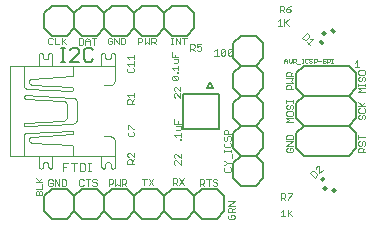
<source format=gto>
G75*
G70*
%OFA0B0*%
%FSLAX24Y24*%
%IPPOS*%
%LPD*%
%AMOC8*
5,1,8,0,0,1.08239X$1,22.5*
%
%ADD10C,0.0020*%
%ADD11C,0.0050*%
%ADD12C,0.0040*%
%ADD13C,0.0060*%
%ADD14C,0.0030*%
%ADD15C,0.0010*%
%ADD16R,0.0128X0.0167*%
%ADD17R,0.0138X0.0138*%
D10*
X001008Y001106D02*
X001008Y001216D01*
X001044Y001252D01*
X001081Y001252D01*
X001118Y001216D01*
X001118Y001106D01*
X001118Y001216D02*
X001154Y001252D01*
X001191Y001252D01*
X001228Y001216D01*
X001228Y001106D01*
X001008Y001106D01*
X001008Y001326D02*
X001228Y001326D01*
X001228Y001473D01*
X001228Y001547D02*
X001008Y001547D01*
X001118Y001584D02*
X001228Y001694D01*
X001154Y001547D02*
X001008Y001694D01*
X001428Y001599D02*
X001428Y001452D01*
X001464Y001416D01*
X001538Y001416D01*
X001575Y001452D01*
X001575Y001526D01*
X001501Y001526D01*
X001428Y001599D02*
X001464Y001636D01*
X001538Y001636D01*
X001575Y001599D01*
X001649Y001636D02*
X001796Y001416D01*
X001796Y001636D01*
X001870Y001636D02*
X001980Y001636D01*
X002017Y001599D01*
X002017Y001452D01*
X001980Y001416D01*
X001870Y001416D01*
X001870Y001636D01*
X001649Y001636D02*
X001649Y001416D01*
X002458Y001462D02*
X002494Y001426D01*
X002568Y001426D01*
X002605Y001462D01*
X002752Y001426D02*
X002752Y001646D01*
X002679Y001646D02*
X002826Y001646D01*
X002900Y001609D02*
X002900Y001572D01*
X002936Y001536D01*
X003010Y001536D01*
X003047Y001499D01*
X003047Y001462D01*
X003010Y001426D01*
X002936Y001426D01*
X002900Y001462D01*
X002900Y001609D02*
X002936Y001646D01*
X003010Y001646D01*
X003047Y001609D01*
X003438Y001646D02*
X003438Y001426D01*
X003438Y001499D02*
X003548Y001499D01*
X003585Y001536D01*
X003585Y001609D01*
X003548Y001646D01*
X003438Y001646D01*
X003659Y001646D02*
X003659Y001426D01*
X003732Y001499D01*
X003806Y001426D01*
X003806Y001646D01*
X003880Y001646D02*
X003990Y001646D01*
X004027Y001609D01*
X004027Y001536D01*
X003990Y001499D01*
X003880Y001499D01*
X003953Y001499D02*
X004027Y001426D01*
X003880Y001426D02*
X003880Y001646D01*
X004068Y002156D02*
X004068Y002266D01*
X004104Y002302D01*
X004178Y002302D01*
X004214Y002266D01*
X004214Y002156D01*
X004214Y002229D02*
X004288Y002302D01*
X004288Y002376D02*
X004141Y002523D01*
X004104Y002523D01*
X004068Y002487D01*
X004068Y002413D01*
X004104Y002376D01*
X004288Y002376D02*
X004288Y002523D01*
X004288Y002156D02*
X004068Y002156D01*
X004558Y001666D02*
X004705Y001666D01*
X004779Y001666D02*
X004926Y001446D01*
X004779Y001446D02*
X004926Y001666D01*
X004631Y001666D02*
X004631Y001446D01*
X005578Y001456D02*
X005578Y001676D01*
X005688Y001676D01*
X005725Y001639D01*
X005725Y001566D01*
X005688Y001529D01*
X005578Y001529D01*
X005651Y001529D02*
X005725Y001456D01*
X005799Y001456D02*
X005946Y001676D01*
X005799Y001676D02*
X005946Y001456D01*
X006478Y001426D02*
X006478Y001646D01*
X006588Y001646D01*
X006625Y001609D01*
X006625Y001536D01*
X006588Y001499D01*
X006478Y001499D01*
X006551Y001499D02*
X006625Y001426D01*
X006772Y001426D02*
X006772Y001646D01*
X006699Y001646D02*
X006846Y001646D01*
X006920Y001609D02*
X006920Y001572D01*
X006956Y001536D01*
X007030Y001536D01*
X007067Y001499D01*
X007067Y001462D01*
X007030Y001426D01*
X006956Y001426D01*
X006920Y001462D01*
X006920Y001609D02*
X006956Y001646D01*
X007030Y001646D01*
X007067Y001609D01*
X007324Y001896D02*
X007471Y001896D01*
X007508Y001932D01*
X007508Y002006D01*
X007471Y002042D01*
X007324Y002042D02*
X007288Y002006D01*
X007288Y001932D01*
X007324Y001896D01*
X007324Y002116D02*
X007398Y002190D01*
X007508Y002190D01*
X007398Y002190D02*
X007324Y002263D01*
X007288Y002263D01*
X007288Y002116D02*
X007324Y002116D01*
X007544Y002337D02*
X007544Y002484D01*
X007508Y002558D02*
X007508Y002632D01*
X007508Y002595D02*
X007288Y002595D01*
X007288Y002558D02*
X007288Y002632D01*
X007324Y002706D02*
X007471Y002706D01*
X007508Y002742D01*
X007508Y002816D01*
X007471Y002853D01*
X007471Y002927D02*
X007508Y002963D01*
X007508Y003037D01*
X007471Y003074D01*
X007434Y003074D01*
X007398Y003037D01*
X007398Y002963D01*
X007361Y002927D01*
X007324Y002927D01*
X007288Y002963D01*
X007288Y003037D01*
X007324Y003074D01*
X007288Y003148D02*
X007288Y003258D01*
X007324Y003295D01*
X007398Y003295D01*
X007434Y003258D01*
X007434Y003148D01*
X007508Y003148D02*
X007288Y003148D01*
X007324Y002853D02*
X007288Y002816D01*
X007288Y002742D01*
X007324Y002706D01*
X005848Y002942D02*
X005848Y002979D01*
X005811Y002979D01*
X005811Y002942D01*
X005848Y002942D01*
X005848Y003053D02*
X005848Y003199D01*
X005848Y003126D02*
X005628Y003126D01*
X005701Y003053D01*
X005701Y003274D02*
X005811Y003274D01*
X005848Y003310D01*
X005848Y003420D01*
X005701Y003420D01*
X005738Y003495D02*
X005738Y003568D01*
X005848Y003495D02*
X005628Y003495D01*
X005628Y003641D01*
X005644Y004366D02*
X005608Y004402D01*
X005608Y004476D01*
X005644Y004512D01*
X005681Y004512D01*
X005828Y004366D01*
X005828Y004512D01*
X005828Y004586D02*
X005681Y004733D01*
X005644Y004733D01*
X005608Y004697D01*
X005608Y004623D01*
X005644Y004586D01*
X005828Y004586D02*
X005828Y004733D01*
X005731Y004951D02*
X005584Y004951D01*
X005548Y004988D01*
X005548Y005061D01*
X005584Y005098D01*
X005731Y004951D01*
X005768Y004988D01*
X005768Y005061D01*
X005731Y005098D01*
X005584Y005098D01*
X005731Y005172D02*
X005731Y005209D01*
X005768Y005209D01*
X005768Y005172D01*
X005731Y005172D01*
X005768Y005283D02*
X005768Y005429D01*
X005768Y005356D02*
X005548Y005356D01*
X005621Y005283D01*
X005621Y005504D02*
X005731Y005504D01*
X005768Y005540D01*
X005768Y005650D01*
X005621Y005650D01*
X005658Y005724D02*
X005658Y005798D01*
X005768Y005724D02*
X005548Y005724D01*
X005548Y005871D01*
X005564Y006136D02*
X005564Y006356D01*
X005528Y006356D02*
X005601Y006356D01*
X005675Y006356D02*
X005822Y006136D01*
X005822Y006356D01*
X005896Y006356D02*
X006043Y006356D01*
X005969Y006356D02*
X005969Y006136D01*
X006158Y006146D02*
X006268Y006146D01*
X006305Y006109D01*
X006305Y006036D01*
X006268Y005999D01*
X006158Y005999D01*
X006231Y005999D02*
X006305Y005926D01*
X006379Y005962D02*
X006415Y005926D01*
X006489Y005926D01*
X006526Y005962D01*
X006526Y006036D01*
X006489Y006072D01*
X006452Y006072D01*
X006379Y006036D01*
X006379Y006146D01*
X006526Y006146D01*
X006158Y006146D02*
X006158Y005926D01*
X005675Y006136D02*
X005675Y006356D01*
X005601Y006136D02*
X005528Y006136D01*
X005007Y006136D02*
X004933Y006209D01*
X004970Y006209D02*
X004860Y006209D01*
X004860Y006136D02*
X004860Y006356D01*
X004970Y006356D01*
X005007Y006319D01*
X005007Y006246D01*
X004970Y006209D01*
X004786Y006136D02*
X004786Y006356D01*
X004639Y006356D02*
X004639Y006136D01*
X004712Y006209D01*
X004786Y006136D01*
X004565Y006246D02*
X004528Y006209D01*
X004418Y006209D01*
X004418Y006136D02*
X004418Y006356D01*
X004528Y006356D01*
X004565Y006319D01*
X004565Y006246D01*
X003997Y006172D02*
X003997Y006319D01*
X003960Y006356D01*
X003850Y006356D01*
X003850Y006136D01*
X003960Y006136D01*
X003997Y006172D01*
X003776Y006136D02*
X003776Y006356D01*
X003629Y006356D02*
X003776Y006136D01*
X003629Y006136D02*
X003629Y006356D01*
X003555Y006319D02*
X003518Y006356D01*
X003444Y006356D01*
X003408Y006319D01*
X003408Y006172D01*
X003444Y006136D01*
X003518Y006136D01*
X003555Y006172D01*
X003555Y006246D01*
X003481Y006246D01*
X003027Y006346D02*
X002880Y006346D01*
X002953Y006346D02*
X002953Y006126D01*
X002806Y006126D02*
X002806Y006272D01*
X002732Y006346D01*
X002659Y006272D01*
X002659Y006126D01*
X002585Y006162D02*
X002585Y006309D01*
X002548Y006346D01*
X002438Y006346D01*
X002438Y006126D01*
X002548Y006126D01*
X002585Y006162D01*
X002659Y006236D02*
X002806Y006236D01*
X002017Y006146D02*
X001906Y006256D01*
X001870Y006219D02*
X002017Y006366D01*
X001870Y006366D02*
X001870Y006146D01*
X001796Y006146D02*
X001649Y006146D01*
X001649Y006366D01*
X001575Y006329D02*
X001538Y006366D01*
X001464Y006366D01*
X001428Y006329D01*
X001428Y006182D01*
X001464Y006146D01*
X001538Y006146D01*
X001575Y006182D01*
X004058Y005718D02*
X004278Y005718D01*
X004278Y005645D02*
X004278Y005791D01*
X004131Y005645D02*
X004058Y005718D01*
X004058Y005497D02*
X004278Y005497D01*
X004278Y005424D02*
X004278Y005570D01*
X004131Y005424D02*
X004058Y005497D01*
X004094Y005349D02*
X004058Y005313D01*
X004058Y005239D01*
X004094Y005203D01*
X004241Y005203D01*
X004278Y005239D01*
X004278Y005313D01*
X004241Y005349D01*
X004278Y004523D02*
X004278Y004376D01*
X004278Y004302D02*
X004204Y004229D01*
X004204Y004266D02*
X004168Y004302D01*
X004094Y004302D01*
X004058Y004266D01*
X004058Y004156D01*
X004278Y004156D01*
X004204Y004156D02*
X004204Y004266D01*
X004131Y004376D02*
X004058Y004450D01*
X004278Y004450D01*
X004114Y003451D02*
X004261Y003305D01*
X004298Y003305D01*
X004261Y003230D02*
X004298Y003194D01*
X004298Y003120D01*
X004261Y003084D01*
X004114Y003084D01*
X004078Y003120D01*
X004078Y003194D01*
X004114Y003230D01*
X004078Y003305D02*
X004078Y003451D01*
X004114Y003451D01*
X005618Y002457D02*
X005654Y002493D01*
X005691Y002493D01*
X005838Y002346D01*
X005838Y002493D01*
X005618Y002457D02*
X005618Y002383D01*
X005654Y002346D01*
X005654Y002272D02*
X005618Y002236D01*
X005618Y002162D01*
X005654Y002126D01*
X005654Y002272D02*
X005691Y002272D01*
X005838Y002126D01*
X005838Y002272D01*
X007418Y000904D02*
X007638Y000904D01*
X007418Y000757D01*
X007638Y000757D01*
X007638Y000683D02*
X007564Y000610D01*
X007564Y000647D02*
X007564Y000536D01*
X007638Y000536D02*
X007418Y000536D01*
X007418Y000647D01*
X007454Y000683D01*
X007528Y000683D01*
X007564Y000647D01*
X007528Y000462D02*
X007528Y000389D01*
X007528Y000462D02*
X007601Y000462D01*
X007638Y000426D01*
X007638Y000352D01*
X007601Y000316D01*
X007454Y000316D01*
X007418Y000352D01*
X007418Y000426D01*
X007454Y000462D01*
X009188Y000406D02*
X009335Y000406D01*
X009409Y000406D02*
X009409Y000626D01*
X009409Y000479D02*
X009556Y000626D01*
X009445Y000516D02*
X009556Y000406D01*
X009261Y000406D02*
X009261Y000626D01*
X009188Y000552D01*
X009188Y000956D02*
X009188Y001176D01*
X009298Y001176D01*
X009335Y001139D01*
X009335Y001066D01*
X009298Y001029D01*
X009188Y001029D01*
X009261Y001029D02*
X009335Y000956D01*
X009409Y000956D02*
X009409Y000992D01*
X009556Y001139D01*
X009556Y001176D01*
X009409Y001176D01*
X010155Y001845D02*
X010311Y001690D01*
X010389Y001767D01*
X010389Y001819D01*
X010285Y001923D01*
X010233Y001923D01*
X010155Y001845D01*
X010337Y001976D02*
X010337Y002027D01*
X010389Y002079D01*
X010441Y002079D01*
X010467Y002053D01*
X010467Y001846D01*
X010571Y001950D01*
X009588Y002572D02*
X009588Y002646D01*
X009551Y002682D01*
X009478Y002682D01*
X009478Y002609D01*
X009551Y002536D02*
X009588Y002572D01*
X009551Y002536D02*
X009404Y002536D01*
X009368Y002572D01*
X009368Y002646D01*
X009404Y002682D01*
X009368Y002756D02*
X009588Y002903D01*
X009368Y002903D01*
X009368Y002977D02*
X009368Y003088D01*
X009404Y003124D01*
X009551Y003124D01*
X009588Y003088D01*
X009588Y002977D01*
X009368Y002977D01*
X009368Y002756D02*
X009588Y002756D01*
X009588Y003536D02*
X009368Y003536D01*
X009441Y003609D01*
X009368Y003682D01*
X009588Y003682D01*
X009551Y003756D02*
X009404Y003756D01*
X009368Y003793D01*
X009368Y003867D01*
X009404Y003903D01*
X009551Y003903D01*
X009588Y003867D01*
X009588Y003793D01*
X009551Y003756D01*
X009551Y003977D02*
X009588Y004014D01*
X009588Y004088D01*
X009551Y004124D01*
X009514Y004124D01*
X009478Y004088D01*
X009478Y004014D01*
X009441Y003977D01*
X009404Y003977D01*
X009368Y004014D01*
X009368Y004088D01*
X009404Y004124D01*
X009368Y004198D02*
X009368Y004272D01*
X009368Y004235D02*
X009588Y004235D01*
X009588Y004198D02*
X009588Y004272D01*
X009588Y004636D02*
X009368Y004636D01*
X009368Y004746D01*
X009404Y004782D01*
X009478Y004782D01*
X009514Y004746D01*
X009514Y004636D01*
X009588Y004856D02*
X009368Y004856D01*
X009514Y004930D02*
X009588Y005003D01*
X009368Y005003D01*
X009368Y005077D02*
X009368Y005188D01*
X009404Y005224D01*
X009478Y005224D01*
X009514Y005188D01*
X009514Y005077D01*
X009588Y005077D02*
X009368Y005077D01*
X009514Y005151D02*
X009588Y005224D01*
X009514Y004930D02*
X009588Y004856D01*
X010152Y006102D02*
X010048Y006206D01*
X010100Y006154D02*
X010256Y006310D01*
X010152Y006310D01*
X010125Y006389D02*
X010125Y006440D01*
X010048Y006518D01*
X009892Y006363D01*
X009970Y006285D01*
X010022Y006285D01*
X010125Y006389D01*
X009446Y006766D02*
X009335Y006876D01*
X009299Y006839D02*
X009446Y006986D01*
X009299Y006986D02*
X009299Y006766D01*
X009225Y006766D02*
X009078Y006766D01*
X009151Y006766D02*
X009151Y006986D01*
X009078Y006912D01*
X009138Y007206D02*
X009138Y007426D01*
X009248Y007426D01*
X009285Y007389D01*
X009285Y007316D01*
X009248Y007279D01*
X009138Y007279D01*
X009211Y007279D02*
X009285Y007206D01*
X009359Y007242D02*
X009359Y007316D01*
X009469Y007316D01*
X009506Y007279D01*
X009506Y007242D01*
X009469Y007206D01*
X009395Y007206D01*
X009359Y007242D01*
X009359Y007316D02*
X009432Y007389D01*
X009506Y007426D01*
X007557Y005949D02*
X007520Y005986D01*
X007446Y005986D01*
X007410Y005949D01*
X007410Y005802D01*
X007557Y005949D01*
X007557Y005802D01*
X007520Y005766D01*
X007446Y005766D01*
X007410Y005802D01*
X007336Y005802D02*
X007299Y005766D01*
X007225Y005766D01*
X007189Y005802D01*
X007336Y005949D01*
X007336Y005802D01*
X007336Y005949D02*
X007299Y005986D01*
X007225Y005986D01*
X007189Y005949D01*
X007189Y005802D01*
X007115Y005766D02*
X006968Y005766D01*
X007041Y005766D02*
X007041Y005986D01*
X006968Y005912D01*
X011638Y005532D02*
X011711Y005606D01*
X011711Y005386D01*
X011638Y005386D02*
X011785Y005386D01*
X011804Y005272D02*
X011768Y005235D01*
X011768Y005161D01*
X011804Y005125D01*
X011951Y005125D01*
X011988Y005161D01*
X011988Y005235D01*
X011951Y005272D01*
X011804Y005272D01*
X011804Y005051D02*
X011768Y005014D01*
X011768Y004941D01*
X011804Y004904D01*
X011841Y004904D01*
X011878Y004941D01*
X011878Y005014D01*
X011914Y005051D01*
X011951Y005051D01*
X011988Y005014D01*
X011988Y004941D01*
X011951Y004904D01*
X011988Y004830D02*
X011988Y004756D01*
X011988Y004793D02*
X011768Y004793D01*
X011768Y004756D02*
X011768Y004830D01*
X011768Y004682D02*
X011988Y004682D01*
X011841Y004609D02*
X011768Y004682D01*
X011841Y004609D02*
X011768Y004536D01*
X011988Y004536D01*
X011988Y004224D02*
X011878Y004114D01*
X011914Y004077D02*
X011768Y004224D01*
X011768Y004077D02*
X011988Y004077D01*
X011951Y004003D02*
X011988Y003967D01*
X011988Y003893D01*
X011951Y003856D01*
X011804Y003856D01*
X011768Y003893D01*
X011768Y003967D01*
X011804Y004003D01*
X011804Y003782D02*
X011768Y003746D01*
X011768Y003672D01*
X011804Y003636D01*
X011841Y003636D01*
X011878Y003672D01*
X011878Y003746D01*
X011914Y003782D01*
X011951Y003782D01*
X011988Y003746D01*
X011988Y003672D01*
X011951Y003636D01*
X011768Y003124D02*
X011768Y002977D01*
X011768Y003051D02*
X011988Y003051D01*
X011951Y002903D02*
X011914Y002903D01*
X011878Y002867D01*
X011878Y002793D01*
X011841Y002756D01*
X011804Y002756D01*
X011768Y002793D01*
X011768Y002867D01*
X011804Y002903D01*
X011951Y002903D02*
X011988Y002867D01*
X011988Y002793D01*
X011951Y002756D01*
X011988Y002682D02*
X011914Y002609D01*
X011914Y002646D02*
X011914Y002536D01*
X011988Y002536D02*
X011768Y002536D01*
X011768Y002646D01*
X011804Y002682D01*
X011878Y002682D01*
X011914Y002646D01*
X002605Y001609D02*
X002568Y001646D01*
X002494Y001646D01*
X002458Y001609D01*
X002458Y001462D01*
D11*
X005927Y003315D02*
X007108Y003315D01*
X007108Y004496D01*
X005927Y004496D01*
X005927Y003315D01*
X006715Y004693D02*
X006813Y004890D01*
X006911Y004693D01*
X006715Y004693D01*
X002920Y005636D02*
X002845Y005561D01*
X002695Y005561D01*
X002620Y005636D01*
X002620Y005936D01*
X002695Y006011D01*
X002845Y006011D01*
X002920Y005936D01*
X002460Y005936D02*
X002460Y005861D01*
X002160Y005561D01*
X002460Y005561D01*
X002003Y005561D02*
X001853Y005561D01*
X001928Y005561D02*
X001928Y006011D01*
X001853Y006011D02*
X002003Y006011D01*
X002160Y005936D02*
X002235Y006011D01*
X002385Y006011D01*
X002460Y005936D01*
D12*
X002268Y005402D02*
X002268Y005126D01*
X002268Y005125D02*
X002267Y005113D01*
X002263Y005102D01*
X002256Y005092D01*
X002247Y005084D01*
X002236Y005078D01*
X002224Y005076D01*
X000883Y004988D01*
X000882Y004988D02*
X000864Y004986D01*
X000846Y004981D01*
X000830Y004972D01*
X000815Y004960D01*
X000803Y004946D01*
X000794Y004930D01*
X000788Y004912D01*
X000786Y004894D01*
X000787Y004875D01*
X000792Y004857D01*
X000800Y004841D01*
X000811Y004826D01*
X000825Y004813D01*
X000841Y004804D01*
X000858Y004797D01*
X000877Y004794D01*
X000877Y004795D02*
X002213Y004706D01*
X002227Y004704D01*
X002239Y004698D01*
X002251Y004689D01*
X002259Y004679D01*
X002265Y004666D01*
X002268Y004652D01*
X002267Y004638D01*
X002263Y004625D01*
X002256Y004613D01*
X002246Y004603D01*
X002235Y004595D01*
X002221Y004591D01*
X002207Y004590D01*
X000761Y004657D01*
X000745Y004657D01*
X000723Y004659D01*
X000702Y004664D01*
X000682Y004672D01*
X000664Y004683D01*
X000647Y004697D01*
X000633Y004714D01*
X000622Y004732D01*
X000614Y004752D01*
X000609Y004773D01*
X000607Y004795D01*
X000607Y005402D01*
X000137Y005424D02*
X000137Y002427D01*
X001561Y002427D01*
X001561Y002057D01*
X001562Y002057D02*
X001561Y002044D01*
X001556Y002031D01*
X001549Y002019D01*
X001539Y002009D01*
X001527Y002002D01*
X001514Y001997D01*
X001501Y001996D01*
X001501Y001996D01*
X001501Y001997D02*
X001486Y001999D01*
X001472Y002004D01*
X001460Y002011D01*
X001449Y002022D01*
X001442Y002034D01*
X001437Y002048D01*
X001435Y002063D01*
X001434Y002063D02*
X001434Y002123D01*
X001432Y002140D01*
X001427Y002157D01*
X001419Y002172D01*
X001408Y002185D01*
X001395Y002196D01*
X001380Y002204D01*
X001363Y002209D01*
X001346Y002211D01*
X001346Y002212D02*
X001335Y002212D01*
X001335Y002211D02*
X001318Y002209D01*
X001301Y002204D01*
X001286Y002196D01*
X001273Y002185D01*
X001262Y002172D01*
X001254Y002157D01*
X001249Y002140D01*
X001247Y002123D01*
X001247Y002057D01*
X001245Y002043D01*
X001241Y002031D01*
X001234Y002019D01*
X001224Y002009D01*
X001212Y002002D01*
X001200Y001998D01*
X001186Y001996D01*
X001186Y001997D02*
X001171Y001999D01*
X001157Y002004D01*
X001145Y002011D01*
X001134Y002022D01*
X001127Y002034D01*
X001122Y002048D01*
X001120Y002063D01*
X001120Y002405D01*
X001561Y002427D02*
X003642Y002427D01*
X003642Y002057D01*
X003643Y002057D02*
X003642Y002044D01*
X003637Y002031D01*
X003630Y002019D01*
X003620Y002009D01*
X003608Y002002D01*
X003595Y001997D01*
X003582Y001996D01*
X003581Y001996D02*
X003581Y001996D01*
X003581Y001997D02*
X003566Y001999D01*
X003552Y002004D01*
X003540Y002011D01*
X003529Y002022D01*
X003522Y002034D01*
X003517Y002048D01*
X003515Y002063D01*
X003515Y002123D01*
X003513Y002140D01*
X003508Y002157D01*
X003500Y002172D01*
X003489Y002185D01*
X003476Y002196D01*
X003461Y002204D01*
X003444Y002209D01*
X003427Y002211D01*
X003427Y002212D02*
X003416Y002212D01*
X003416Y002211D02*
X003399Y002209D01*
X003382Y002204D01*
X003367Y002196D01*
X003354Y002185D01*
X003343Y002172D01*
X003335Y002157D01*
X003330Y002140D01*
X003328Y002123D01*
X003328Y002057D01*
X003326Y002043D01*
X003322Y002031D01*
X003315Y002019D01*
X003305Y002009D01*
X003293Y002002D01*
X003281Y001998D01*
X003267Y001996D01*
X003267Y001997D02*
X003252Y001999D01*
X003238Y002004D01*
X003226Y002011D01*
X003215Y002022D01*
X003208Y002034D01*
X003203Y002048D01*
X003201Y002063D01*
X003201Y002405D01*
X003642Y002427D02*
X003642Y002929D01*
X003640Y002951D01*
X003635Y002972D01*
X003627Y002992D01*
X003616Y003010D01*
X003602Y003027D01*
X003585Y003041D01*
X003567Y003052D01*
X003547Y003060D01*
X003526Y003065D01*
X003504Y003067D01*
X003272Y003067D01*
X002384Y003641D02*
X002384Y004221D01*
X002382Y004242D01*
X002377Y004262D01*
X002369Y004281D01*
X002359Y004299D01*
X002345Y004315D01*
X002329Y004329D01*
X002311Y004339D01*
X002292Y004347D01*
X002272Y004352D01*
X002251Y004354D01*
X002251Y004353D02*
X000667Y004436D01*
X000668Y004437D02*
X000654Y004436D01*
X000641Y004431D01*
X000630Y004423D01*
X000621Y004413D01*
X000615Y004400D01*
X000612Y004387D01*
X000613Y004373D01*
X000618Y004360D01*
X000626Y004349D01*
X000636Y004340D01*
X000649Y004334D01*
X000662Y004331D01*
X001887Y004265D01*
X001911Y004263D01*
X001935Y004258D01*
X001958Y004250D01*
X001979Y004238D01*
X001999Y004223D01*
X002016Y004206D01*
X002031Y004186D01*
X002043Y004165D01*
X002051Y004142D01*
X002056Y004118D01*
X002058Y004094D01*
X002058Y003746D01*
X002059Y003746D02*
X002057Y003722D01*
X002052Y003699D01*
X002044Y003677D01*
X002033Y003656D01*
X002018Y003637D01*
X002002Y003621D01*
X001983Y003606D01*
X001962Y003595D01*
X001940Y003587D01*
X001917Y003582D01*
X001893Y003580D01*
X001865Y003580D01*
X000667Y003525D01*
X000654Y003523D01*
X000641Y003517D01*
X000630Y003508D01*
X000622Y003497D01*
X000617Y003484D01*
X000615Y003470D01*
X000617Y003456D01*
X000622Y003443D01*
X000630Y003432D01*
X000641Y003423D01*
X000654Y003417D01*
X000667Y003415D01*
X002240Y003498D01*
X002240Y003497D02*
X002263Y003499D01*
X002284Y003504D01*
X002305Y003513D01*
X002325Y003525D01*
X002342Y003539D01*
X002356Y003556D01*
X002368Y003576D01*
X002377Y003597D01*
X002382Y003618D01*
X002384Y003641D01*
X002207Y003260D02*
X000761Y003194D01*
X000745Y003194D01*
X000723Y003192D01*
X000702Y003187D01*
X000682Y003179D01*
X000664Y003168D01*
X000647Y003154D01*
X000633Y003137D01*
X000622Y003119D01*
X000614Y003099D01*
X000609Y003078D01*
X000607Y003056D01*
X000607Y002449D01*
X000883Y002863D02*
X002224Y002775D01*
X002224Y002774D02*
X002236Y002772D01*
X002247Y002766D01*
X002256Y002758D01*
X002263Y002748D01*
X002267Y002737D01*
X002268Y002725D01*
X002268Y002449D01*
X002213Y003144D02*
X000877Y003056D01*
X000877Y003057D02*
X000858Y003054D01*
X000841Y003047D01*
X000825Y003038D01*
X000811Y003025D01*
X000800Y003010D01*
X000792Y002994D01*
X000787Y002976D01*
X000786Y002957D01*
X000788Y002939D01*
X000794Y002921D01*
X000803Y002905D01*
X000815Y002891D01*
X000830Y002879D01*
X000846Y002870D01*
X000864Y002865D01*
X000882Y002863D01*
X002213Y003144D02*
X002227Y003146D01*
X002239Y003152D01*
X002251Y003161D01*
X002259Y003171D01*
X002265Y003184D01*
X002268Y003198D01*
X002267Y003212D01*
X002263Y003225D01*
X002256Y003237D01*
X002246Y003247D01*
X002235Y003255D01*
X002221Y003259D01*
X002207Y003260D01*
X003289Y004784D02*
X003499Y004784D01*
X003521Y004786D01*
X003543Y004791D01*
X003564Y004800D01*
X003583Y004811D01*
X003600Y004826D01*
X003615Y004843D01*
X003626Y004862D01*
X003635Y004883D01*
X003640Y004905D01*
X003642Y004927D01*
X003642Y005424D01*
X000137Y005424D01*
X001120Y005424D02*
X001120Y005794D01*
X001119Y005794D02*
X001120Y005807D01*
X001125Y005820D01*
X001132Y005832D01*
X001142Y005842D01*
X001154Y005849D01*
X001167Y005854D01*
X001180Y005855D01*
X001181Y005854D02*
X001181Y005854D01*
X001196Y005852D01*
X001210Y005847D01*
X001222Y005840D01*
X001233Y005829D01*
X001240Y005817D01*
X001245Y005803D01*
X001247Y005788D01*
X001247Y005727D01*
X001249Y005710D01*
X001254Y005693D01*
X001262Y005678D01*
X001273Y005665D01*
X001286Y005654D01*
X001301Y005646D01*
X001318Y005641D01*
X001335Y005639D01*
X001346Y005639D01*
X001363Y005641D01*
X001380Y005646D01*
X001395Y005654D01*
X001408Y005665D01*
X001419Y005678D01*
X001427Y005693D01*
X001432Y005710D01*
X001434Y005727D01*
X001434Y005794D01*
X001436Y005808D01*
X001440Y005820D01*
X001447Y005832D01*
X001457Y005842D01*
X001469Y005849D01*
X001481Y005853D01*
X001495Y005855D01*
X001495Y005854D02*
X001510Y005852D01*
X001524Y005847D01*
X001536Y005840D01*
X001547Y005829D01*
X001554Y005817D01*
X001559Y005803D01*
X001561Y005788D01*
X001561Y005446D01*
X003201Y005424D02*
X003201Y005794D01*
X003200Y005794D02*
X003202Y005807D01*
X003206Y005820D01*
X003213Y005832D01*
X003223Y005842D01*
X003235Y005849D01*
X003248Y005854D01*
X003261Y005855D01*
X003261Y005854D02*
X003261Y005854D01*
X003276Y005852D01*
X003290Y005847D01*
X003302Y005840D01*
X003313Y005829D01*
X003320Y005817D01*
X003325Y005803D01*
X003327Y005788D01*
X003328Y005788D02*
X003328Y005727D01*
X003330Y005710D01*
X003335Y005693D01*
X003343Y005678D01*
X003354Y005665D01*
X003367Y005654D01*
X003382Y005646D01*
X003399Y005641D01*
X003416Y005639D01*
X003427Y005639D01*
X003444Y005641D01*
X003461Y005646D01*
X003476Y005654D01*
X003489Y005665D01*
X003500Y005678D01*
X003508Y005693D01*
X003513Y005710D01*
X003515Y005727D01*
X003515Y005794D01*
X003517Y005808D01*
X003521Y005820D01*
X003528Y005832D01*
X003538Y005842D01*
X003550Y005849D01*
X003562Y005853D01*
X003576Y005855D01*
X003576Y005854D02*
X003591Y005852D01*
X003605Y005847D01*
X003617Y005840D01*
X003628Y005829D01*
X003635Y005817D01*
X003640Y005803D01*
X003642Y005788D01*
X003642Y005418D01*
D13*
X001298Y000576D02*
X001548Y000326D01*
X002048Y000326D01*
X002298Y000576D01*
X002548Y000326D01*
X003048Y000326D01*
X003298Y000576D01*
X003298Y001076D01*
X003048Y001326D01*
X002548Y001326D01*
X002298Y001076D01*
X002298Y000576D01*
X002298Y001076D02*
X002048Y001326D01*
X001548Y001326D01*
X001298Y001076D01*
X001298Y000576D01*
X003298Y000576D02*
X003548Y000326D01*
X004048Y000326D01*
X004298Y000576D01*
X004548Y000326D01*
X005048Y000326D01*
X005298Y000576D01*
X005548Y000326D01*
X006048Y000326D01*
X006298Y000576D01*
X006548Y000326D01*
X007048Y000326D01*
X007298Y000576D01*
X007298Y001076D01*
X007048Y001326D01*
X006548Y001326D01*
X006298Y001076D01*
X006298Y000576D01*
X006298Y001076D02*
X006048Y001326D01*
X005548Y001326D01*
X005298Y001076D01*
X005298Y000576D01*
X005298Y001076D02*
X005048Y001326D01*
X004548Y001326D01*
X004298Y001076D01*
X004298Y000576D01*
X004298Y001076D02*
X004048Y001326D01*
X003548Y001326D01*
X003298Y001076D01*
X007598Y001676D02*
X007848Y001426D01*
X008348Y001426D01*
X008598Y001676D01*
X008598Y002176D01*
X008348Y002426D01*
X008598Y002676D01*
X008598Y003176D01*
X008348Y003426D01*
X007848Y003426D01*
X007598Y003176D01*
X007598Y002676D01*
X007848Y002426D01*
X008348Y002426D01*
X007848Y002426D02*
X007598Y002176D01*
X007598Y001676D01*
X009698Y002676D02*
X009698Y003176D01*
X009948Y003426D01*
X011448Y003426D01*
X011698Y003176D01*
X011698Y002676D01*
X011448Y002426D01*
X009948Y002426D01*
X009698Y002676D01*
X009948Y003426D02*
X009698Y003676D01*
X009698Y004176D01*
X009948Y004426D01*
X011448Y004426D01*
X011698Y004176D01*
X011698Y003676D01*
X011448Y003426D01*
X011448Y004426D02*
X011698Y004676D01*
X011698Y005176D01*
X011448Y005426D01*
X009948Y005426D01*
X009698Y005176D01*
X009698Y004676D01*
X009948Y004426D01*
X008598Y004676D02*
X008598Y005176D01*
X008348Y005426D01*
X008598Y005676D01*
X008598Y006176D01*
X008348Y006426D01*
X007848Y006426D01*
X007598Y006176D01*
X007598Y005676D01*
X007848Y005426D01*
X008348Y005426D01*
X007848Y005426D02*
X007598Y005176D01*
X007598Y004676D01*
X007848Y004426D01*
X008348Y004426D01*
X008598Y004676D01*
X008348Y004426D02*
X008598Y004176D01*
X008598Y003676D01*
X008348Y003426D01*
X007848Y003426D02*
X007598Y003676D01*
X007598Y004176D01*
X007848Y004426D01*
X006048Y006426D02*
X005548Y006426D01*
X005298Y006676D01*
X005048Y006426D01*
X004548Y006426D01*
X004298Y006676D01*
X004048Y006426D01*
X003548Y006426D01*
X003298Y006676D01*
X003048Y006426D01*
X002548Y006426D01*
X002298Y006676D01*
X002048Y006426D01*
X001548Y006426D01*
X001298Y006676D01*
X001298Y007176D01*
X001548Y007426D01*
X002048Y007426D01*
X002298Y007176D01*
X002548Y007426D01*
X003048Y007426D01*
X003298Y007176D01*
X003298Y006676D01*
X003298Y007176D02*
X003548Y007426D01*
X004048Y007426D01*
X004298Y007176D01*
X004548Y007426D01*
X005048Y007426D01*
X005298Y007176D01*
X005548Y007426D01*
X006048Y007426D01*
X006298Y007176D01*
X006298Y006676D01*
X006048Y006426D01*
X005298Y006676D02*
X005298Y007176D01*
X004298Y007176D02*
X004298Y006676D01*
X002298Y006676D02*
X002298Y007176D01*
D14*
X002289Y002171D02*
X002289Y001901D01*
X002475Y001901D02*
X002610Y001901D01*
X002655Y001946D01*
X002655Y002126D01*
X002610Y002171D01*
X002475Y002171D01*
X002475Y001901D01*
X002751Y001901D02*
X002841Y001901D01*
X002796Y001901D02*
X002796Y002171D01*
X002751Y002171D02*
X002841Y002171D01*
X002379Y002171D02*
X002199Y002171D01*
X002103Y002171D02*
X001923Y002171D01*
X001923Y001901D01*
X001923Y002036D02*
X002013Y002036D01*
D15*
X009293Y005511D02*
X009293Y005611D01*
X009343Y005661D01*
X009393Y005611D01*
X009393Y005511D01*
X009440Y005561D02*
X009490Y005511D01*
X009540Y005561D01*
X009540Y005661D01*
X009587Y005661D02*
X009662Y005661D01*
X009688Y005636D01*
X009688Y005586D01*
X009662Y005561D01*
X009587Y005561D01*
X009587Y005511D02*
X009587Y005661D01*
X009440Y005661D02*
X009440Y005561D01*
X009393Y005586D02*
X009293Y005586D01*
X009637Y005561D02*
X009688Y005511D01*
X009735Y005486D02*
X009835Y005486D01*
X009882Y005511D02*
X009932Y005511D01*
X009907Y005511D02*
X009907Y005661D01*
X009882Y005661D02*
X009932Y005661D01*
X009980Y005636D02*
X009980Y005536D01*
X010005Y005511D01*
X010055Y005511D01*
X010080Y005536D01*
X010128Y005536D02*
X010153Y005511D01*
X010203Y005511D01*
X010228Y005536D01*
X010228Y005561D01*
X010203Y005586D01*
X010153Y005586D01*
X010128Y005611D01*
X010128Y005636D01*
X010153Y005661D01*
X010203Y005661D01*
X010228Y005636D01*
X010275Y005661D02*
X010275Y005511D01*
X010275Y005561D02*
X010350Y005561D01*
X010375Y005586D01*
X010375Y005636D01*
X010350Y005661D01*
X010275Y005661D01*
X010422Y005586D02*
X010522Y005586D01*
X010570Y005611D02*
X010595Y005586D01*
X010645Y005586D01*
X010670Y005561D01*
X010670Y005536D01*
X010645Y005511D01*
X010595Y005511D01*
X010570Y005536D01*
X010570Y005611D02*
X010570Y005636D01*
X010595Y005661D01*
X010645Y005661D01*
X010670Y005636D01*
X010717Y005661D02*
X010717Y005511D01*
X010717Y005561D02*
X010792Y005561D01*
X010817Y005586D01*
X010817Y005636D01*
X010792Y005661D01*
X010717Y005661D01*
X010864Y005661D02*
X010914Y005661D01*
X010889Y005661D02*
X010889Y005511D01*
X010864Y005511D02*
X010914Y005511D01*
X010080Y005636D02*
X010055Y005661D01*
X010005Y005661D01*
X009980Y005636D01*
D16*
G36*
X010440Y006221D02*
X010530Y006311D01*
X010646Y006195D01*
X010556Y006105D01*
X010440Y006221D01*
G37*
G36*
X010823Y006603D02*
X010913Y006693D01*
X011029Y006577D01*
X010939Y006487D01*
X010823Y006603D01*
G37*
G36*
X010560Y001550D02*
X010470Y001640D01*
X010586Y001756D01*
X010676Y001666D01*
X010560Y001550D01*
G37*
G36*
X010943Y001168D02*
X010853Y001258D01*
X010969Y001374D01*
X011059Y001284D01*
X010943Y001168D01*
G37*
D17*
G36*
X010656Y001257D02*
X010559Y001354D01*
X010656Y001451D01*
X010753Y001354D01*
X010656Y001257D01*
G37*
G36*
X010529Y006507D02*
X010626Y006604D01*
X010723Y006507D01*
X010626Y006410D01*
X010529Y006507D01*
G37*
M02*

</source>
